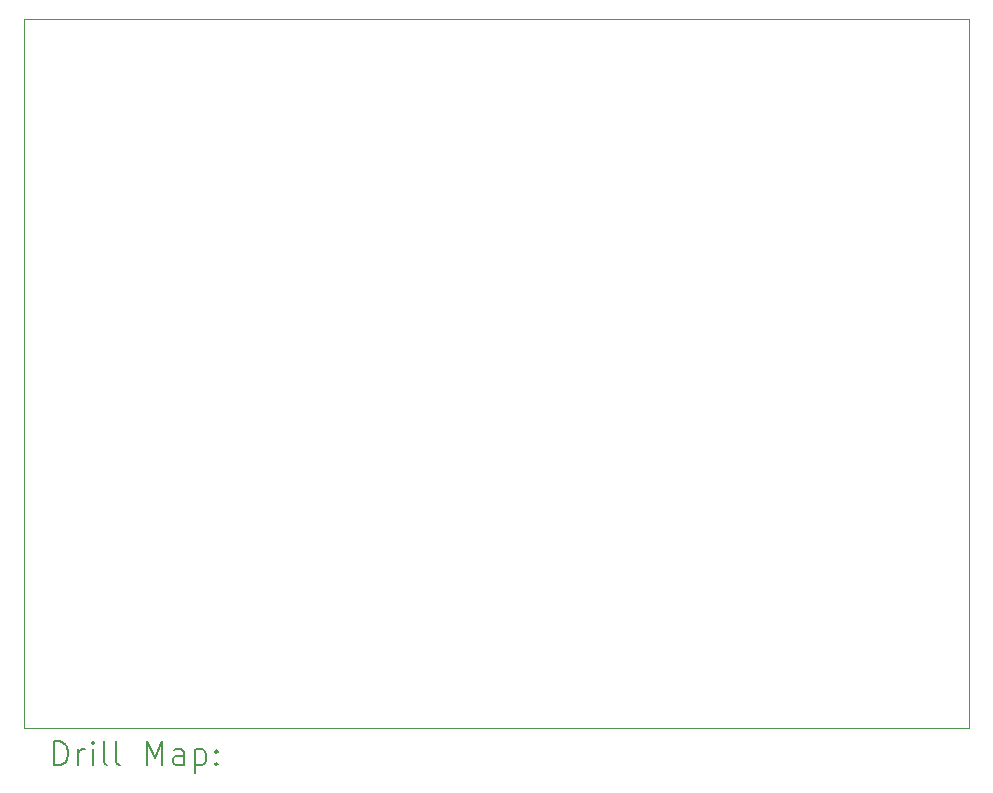
<source format=gbr>
%TF.GenerationSoftware,KiCad,Pcbnew,9.0.4*%
%TF.CreationDate,2025-10-02T17:53:41-07:00*%
%TF.ProjectId,PowerBoard,506f7765-7242-46f6-9172-642e6b696361,1*%
%TF.SameCoordinates,Original*%
%TF.FileFunction,Drillmap*%
%TF.FilePolarity,Positive*%
%FSLAX45Y45*%
G04 Gerber Fmt 4.5, Leading zero omitted, Abs format (unit mm)*
G04 Created by KiCad (PCBNEW 9.0.4) date 2025-10-02 17:53:41*
%MOMM*%
%LPD*%
G01*
G04 APERTURE LIST*
%ADD10C,0.050000*%
%ADD11C,0.200000*%
G04 APERTURE END LIST*
D10*
X10800000Y-7250000D02*
X18800000Y-7250000D01*
X18800000Y-13250000D01*
X10800000Y-13250000D01*
X10800000Y-7250000D01*
D11*
X11058277Y-13563984D02*
X11058277Y-13363984D01*
X11058277Y-13363984D02*
X11105896Y-13363984D01*
X11105896Y-13363984D02*
X11134467Y-13373508D01*
X11134467Y-13373508D02*
X11153515Y-13392555D01*
X11153515Y-13392555D02*
X11163039Y-13411603D01*
X11163039Y-13411603D02*
X11172563Y-13449698D01*
X11172563Y-13449698D02*
X11172563Y-13478269D01*
X11172563Y-13478269D02*
X11163039Y-13516365D01*
X11163039Y-13516365D02*
X11153515Y-13535412D01*
X11153515Y-13535412D02*
X11134467Y-13554460D01*
X11134467Y-13554460D02*
X11105896Y-13563984D01*
X11105896Y-13563984D02*
X11058277Y-13563984D01*
X11258277Y-13563984D02*
X11258277Y-13430650D01*
X11258277Y-13468746D02*
X11267801Y-13449698D01*
X11267801Y-13449698D02*
X11277324Y-13440174D01*
X11277324Y-13440174D02*
X11296372Y-13430650D01*
X11296372Y-13430650D02*
X11315420Y-13430650D01*
X11382086Y-13563984D02*
X11382086Y-13430650D01*
X11382086Y-13363984D02*
X11372562Y-13373508D01*
X11372562Y-13373508D02*
X11382086Y-13383031D01*
X11382086Y-13383031D02*
X11391610Y-13373508D01*
X11391610Y-13373508D02*
X11382086Y-13363984D01*
X11382086Y-13363984D02*
X11382086Y-13383031D01*
X11505896Y-13563984D02*
X11486848Y-13554460D01*
X11486848Y-13554460D02*
X11477324Y-13535412D01*
X11477324Y-13535412D02*
X11477324Y-13363984D01*
X11610658Y-13563984D02*
X11591610Y-13554460D01*
X11591610Y-13554460D02*
X11582086Y-13535412D01*
X11582086Y-13535412D02*
X11582086Y-13363984D01*
X11839229Y-13563984D02*
X11839229Y-13363984D01*
X11839229Y-13363984D02*
X11905896Y-13506841D01*
X11905896Y-13506841D02*
X11972562Y-13363984D01*
X11972562Y-13363984D02*
X11972562Y-13563984D01*
X12153515Y-13563984D02*
X12153515Y-13459222D01*
X12153515Y-13459222D02*
X12143991Y-13440174D01*
X12143991Y-13440174D02*
X12124943Y-13430650D01*
X12124943Y-13430650D02*
X12086848Y-13430650D01*
X12086848Y-13430650D02*
X12067801Y-13440174D01*
X12153515Y-13554460D02*
X12134467Y-13563984D01*
X12134467Y-13563984D02*
X12086848Y-13563984D01*
X12086848Y-13563984D02*
X12067801Y-13554460D01*
X12067801Y-13554460D02*
X12058277Y-13535412D01*
X12058277Y-13535412D02*
X12058277Y-13516365D01*
X12058277Y-13516365D02*
X12067801Y-13497317D01*
X12067801Y-13497317D02*
X12086848Y-13487793D01*
X12086848Y-13487793D02*
X12134467Y-13487793D01*
X12134467Y-13487793D02*
X12153515Y-13478269D01*
X12248753Y-13430650D02*
X12248753Y-13630650D01*
X12248753Y-13440174D02*
X12267801Y-13430650D01*
X12267801Y-13430650D02*
X12305896Y-13430650D01*
X12305896Y-13430650D02*
X12324943Y-13440174D01*
X12324943Y-13440174D02*
X12334467Y-13449698D01*
X12334467Y-13449698D02*
X12343991Y-13468746D01*
X12343991Y-13468746D02*
X12343991Y-13525888D01*
X12343991Y-13525888D02*
X12334467Y-13544936D01*
X12334467Y-13544936D02*
X12324943Y-13554460D01*
X12324943Y-13554460D02*
X12305896Y-13563984D01*
X12305896Y-13563984D02*
X12267801Y-13563984D01*
X12267801Y-13563984D02*
X12248753Y-13554460D01*
X12429705Y-13544936D02*
X12439229Y-13554460D01*
X12439229Y-13554460D02*
X12429705Y-13563984D01*
X12429705Y-13563984D02*
X12420182Y-13554460D01*
X12420182Y-13554460D02*
X12429705Y-13544936D01*
X12429705Y-13544936D02*
X12429705Y-13563984D01*
X12429705Y-13440174D02*
X12439229Y-13449698D01*
X12439229Y-13449698D02*
X12429705Y-13459222D01*
X12429705Y-13459222D02*
X12420182Y-13449698D01*
X12420182Y-13449698D02*
X12429705Y-13440174D01*
X12429705Y-13440174D02*
X12429705Y-13459222D01*
M02*

</source>
